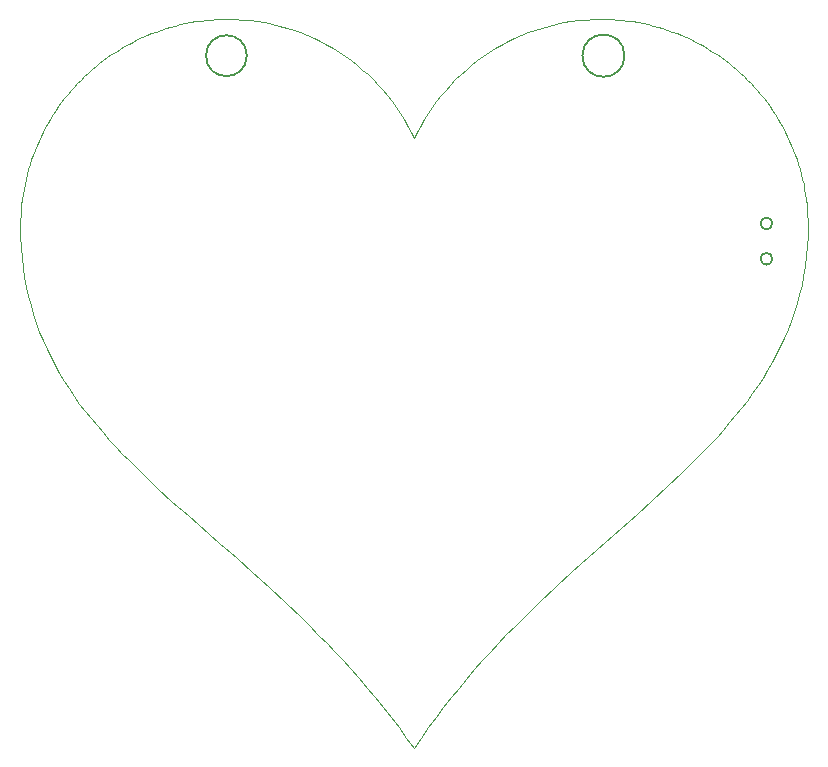
<source format=gm1>
G04 #@! TF.FileFunction,Profile,NP*
%FSLAX46Y46*%
G04 Gerber Fmt 4.6, Leading zero omitted, Abs format (unit mm)*
G04 Created by KiCad (PCBNEW 4.0.7) date Tue Feb  6 08:28:50 2018*
%MOMM*%
%LPD*%
G01*
G04 APERTURE LIST*
%ADD10C,0.100000*%
%ADD11C,0.150000*%
G04 APERTURE END LIST*
D10*
D11*
X144720000Y-79270000D02*
G75*
G03X144720000Y-79270000I-500000J0D01*
G01*
X144720000Y-76270000D02*
G75*
G03X144720000Y-76270000I-500000J0D01*
G01*
X100221630Y-62070000D02*
G75*
G03X100221630Y-62070000I-1726630J0D01*
G01*
X132205007Y-62070000D02*
G75*
G03X132205007Y-62070000I-1785007J0D01*
G01*
D10*
X99204274Y-58975364D02*
X98550274Y-58963304D01*
X99852124Y-59011244D02*
X99204274Y-58975364D01*
X100493404Y-59070494D02*
X99852124Y-59011244D01*
X101127754Y-59152724D02*
X100493404Y-59070494D01*
X101754724Y-59257484D02*
X101127754Y-59152724D01*
X102373894Y-59384384D02*
X101754724Y-59257484D01*
X102984874Y-59532974D02*
X102373894Y-59384384D01*
X103587244Y-59702804D02*
X102984874Y-59532974D01*
X104180554Y-59893484D02*
X103587244Y-59702804D01*
X104764444Y-60104594D02*
X104180554Y-59893484D01*
X105338464Y-60335714D02*
X104764444Y-60104594D01*
X105902224Y-60586364D02*
X105338464Y-60335714D01*
X106455274Y-60856184D02*
X105902224Y-60586364D01*
X106997254Y-61144694D02*
X106455274Y-60856184D01*
X107527684Y-61451504D02*
X106997254Y-61144694D01*
X108046204Y-61776164D02*
X107527684Y-61451504D01*
X108552394Y-62118284D02*
X108046204Y-61776164D01*
X109045834Y-62477414D02*
X108552394Y-62118284D01*
X109526074Y-62853134D02*
X109045834Y-62477414D01*
X109992754Y-63245024D02*
X109526074Y-62853134D01*
X110445424Y-63652664D02*
X109992754Y-63245024D01*
X110883694Y-64075604D02*
X110445424Y-63652664D01*
X111307144Y-64513424D02*
X110883694Y-64075604D01*
X111715354Y-64965704D02*
X111307144Y-64513424D01*
X112107904Y-65432054D02*
X111715354Y-64965704D01*
X112484404Y-65911994D02*
X112107904Y-65432054D01*
X112844404Y-66405134D02*
X112484404Y-65911994D01*
X113187514Y-66911024D02*
X112844404Y-66405134D01*
X113513344Y-67429244D02*
X113187514Y-66911024D01*
X113821414Y-67959404D02*
X113513344Y-67429244D01*
X114111364Y-68501024D02*
X113821414Y-67959404D01*
X114382774Y-69053714D02*
X114111364Y-68501024D01*
X114654184Y-68501024D02*
X114382774Y-69053714D01*
X114944134Y-67959404D02*
X114654184Y-68501024D01*
X115252234Y-67429244D02*
X114944134Y-67959404D01*
X115578034Y-66911024D02*
X115252234Y-67429244D01*
X115921144Y-66405134D02*
X115578034Y-66911024D01*
X116281144Y-65911994D02*
X115921144Y-66405134D01*
X116657644Y-65432054D02*
X116281144Y-65911994D01*
X117050194Y-64965704D02*
X116657644Y-65432054D01*
X117458404Y-64513424D02*
X117050194Y-64965704D01*
X117881854Y-64075604D02*
X117458404Y-64513424D01*
X118320124Y-63652664D02*
X117881854Y-64075604D01*
X118772794Y-63245024D02*
X118320124Y-63652664D01*
X119239474Y-62853134D02*
X118772794Y-63245024D01*
X119719744Y-62477414D02*
X119239474Y-62853134D01*
X120213154Y-62118284D02*
X119719744Y-62477414D01*
X120719344Y-61776164D02*
X120213154Y-62118284D01*
X121237864Y-61451504D02*
X120719344Y-61776164D01*
X121768324Y-61144694D02*
X121237864Y-61451504D01*
X122310274Y-60856184D02*
X121768324Y-61144694D01*
X122863354Y-60586364D02*
X122310274Y-60856184D01*
X123427084Y-60335714D02*
X122863354Y-60586364D01*
X124001104Y-60104594D02*
X123427084Y-60335714D01*
X124584994Y-59893484D02*
X124001104Y-60104594D01*
X125178334Y-59702804D02*
X124584994Y-59893484D01*
X125780674Y-59532974D02*
X125178334Y-59702804D01*
X126391654Y-59384384D02*
X125780674Y-59532974D01*
X127010824Y-59257484D02*
X126391654Y-59384384D01*
X127637794Y-59152724D02*
X127010824Y-59257484D01*
X128272144Y-59070494D02*
X127637794Y-59152724D01*
X128913454Y-59011244D02*
X128272144Y-59070494D01*
X129561304Y-58975364D02*
X128913454Y-59011244D01*
X130215274Y-58963304D02*
X129561304Y-58975364D01*
X130666744Y-58969034D02*
X130215274Y-58963304D01*
X131115424Y-58986104D02*
X130666744Y-58969034D01*
X131561164Y-59014364D02*
X131115424Y-58986104D01*
X132003814Y-59053724D02*
X131561164Y-59014364D01*
X132443254Y-59104004D02*
X132003814Y-59053724D01*
X132879334Y-59165084D02*
X132443254Y-59104004D01*
X133311904Y-59236814D02*
X132879334Y-59165084D01*
X133740874Y-59319074D02*
X133311904Y-59236814D01*
X134166064Y-59411714D02*
X133740874Y-59319074D01*
X134587324Y-59514584D02*
X134166064Y-59411714D01*
X135004564Y-59627594D02*
X134587324Y-59514584D01*
X135417634Y-59750534D02*
X135004564Y-59627594D01*
X135826354Y-59883344D02*
X135417634Y-59750534D01*
X136230634Y-60025814D02*
X135826354Y-59883344D01*
X136630324Y-60177854D02*
X136230634Y-60025814D01*
X137025274Y-60339314D02*
X136630324Y-60177854D01*
X137415364Y-60510044D02*
X137025274Y-60339314D01*
X137800414Y-60689954D02*
X137415364Y-60510044D01*
X138180334Y-60878834D02*
X137800414Y-60689954D01*
X138554974Y-61076594D02*
X138180334Y-60878834D01*
X138924214Y-61283054D02*
X138554974Y-61076594D01*
X139287874Y-61498124D02*
X138924214Y-61283054D01*
X139645834Y-61721654D02*
X139287874Y-61498124D01*
X139997944Y-61953494D02*
X139645834Y-61721654D01*
X140344114Y-62193524D02*
X139997944Y-61953494D01*
X140684134Y-62441594D02*
X140344114Y-62193524D01*
X141017944Y-62697554D02*
X140684134Y-62441594D01*
X141345334Y-62961284D02*
X141017944Y-62697554D01*
X141666214Y-63232634D02*
X141345334Y-62961284D01*
X141980434Y-63511484D02*
X141666214Y-63232634D01*
X142287874Y-63797654D02*
X141980434Y-63511484D01*
X142588354Y-64091084D02*
X142287874Y-63797654D01*
X142881754Y-64391564D02*
X142588354Y-64091084D01*
X143167954Y-64698974D02*
X142881754Y-64391564D01*
X143446804Y-65013194D02*
X143167954Y-64698974D01*
X143718154Y-65334074D02*
X143446804Y-65013194D01*
X143981884Y-65661494D02*
X143718154Y-65334074D01*
X144237844Y-65995274D02*
X143981884Y-65661494D01*
X144485884Y-66335324D02*
X144237844Y-65995274D01*
X144725914Y-66681464D02*
X144485884Y-66335324D01*
X144957754Y-67033604D02*
X144725914Y-66681464D01*
X145181284Y-67391564D02*
X144957754Y-67033604D01*
X145396354Y-67755224D02*
X145181284Y-67391564D01*
X145602844Y-68124434D02*
X145396354Y-67755224D01*
X145800604Y-68499074D02*
X145602844Y-68124434D01*
X145989484Y-68878994D02*
X145800604Y-68499074D01*
X146169364Y-69264074D02*
X145989484Y-68878994D01*
X146340094Y-69654164D02*
X146169364Y-69264074D01*
X146501554Y-70049114D02*
X146340094Y-69654164D01*
X146653594Y-70448774D02*
X146501554Y-70049114D01*
X146796094Y-70853054D02*
X146653594Y-70448774D01*
X146928874Y-71261804D02*
X146796094Y-70853054D01*
X147051844Y-71674844D02*
X146928874Y-71261804D01*
X147164824Y-72092084D02*
X147051844Y-71674844D01*
X147267724Y-72513374D02*
X147164824Y-72092084D01*
X147360364Y-72938564D02*
X147267724Y-72513374D01*
X147442594Y-73367504D02*
X147360364Y-72938564D01*
X147514354Y-73800104D02*
X147442594Y-73367504D01*
X147575434Y-74236184D02*
X147514354Y-73800104D01*
X147625714Y-74675624D02*
X147575434Y-74236184D01*
X147665044Y-75118274D02*
X147625714Y-74675624D01*
X147693334Y-75563984D02*
X147665044Y-75118274D01*
X147710404Y-76012664D02*
X147693334Y-75563984D01*
X147716104Y-76464134D02*
X147710404Y-76012664D01*
X147701164Y-77346434D02*
X147716104Y-76464134D01*
X147656734Y-78210104D02*
X147701164Y-77346434D01*
X147583504Y-79055744D02*
X147656734Y-78210104D01*
X147482074Y-79883984D02*
X147583504Y-79055744D01*
X147353134Y-80695454D02*
X147482074Y-79883984D01*
X147197314Y-81490724D02*
X147353134Y-80695454D01*
X147015274Y-82270394D02*
X147197314Y-81490724D01*
X146807644Y-83035094D02*
X147015274Y-82270394D01*
X146575114Y-83785424D02*
X146807644Y-83035094D01*
X146318284Y-84522014D02*
X146575114Y-83785424D01*
X146037814Y-85245434D02*
X146318284Y-84522014D01*
X145734394Y-85956314D02*
X146037814Y-85245434D01*
X145408624Y-86655224D02*
X145734394Y-85956314D01*
X145061164Y-87342854D02*
X145408624Y-86655224D01*
X144692674Y-88019714D02*
X145061164Y-87342854D01*
X144303784Y-88686494D02*
X144692674Y-88019714D01*
X143895184Y-89343764D02*
X144303784Y-88686494D01*
X143467474Y-89992094D02*
X143895184Y-89343764D01*
X143021344Y-90632174D02*
X143467474Y-89992094D01*
X142557424Y-91264544D02*
X143021344Y-90632174D01*
X142076344Y-91889834D02*
X142557424Y-91264544D01*
X141578764Y-92508644D02*
X142076344Y-91889834D01*
X141065374Y-93121604D02*
X141578764Y-92508644D01*
X140536774Y-93729314D02*
X141065374Y-93121604D01*
X139993624Y-94332374D02*
X140536774Y-93729314D01*
X139436584Y-94931354D02*
X139993624Y-94332374D01*
X138866284Y-95526944D02*
X139436584Y-94931354D01*
X138283384Y-96119684D02*
X138866284Y-95526944D01*
X137688544Y-96710204D02*
X138283384Y-96119684D01*
X137082424Y-97299104D02*
X137688544Y-96710204D01*
X135838834Y-98474504D02*
X137082424Y-97299104D01*
X134557804Y-99650744D02*
X135838834Y-98474504D01*
X133244584Y-100832684D02*
X134557804Y-99650744D01*
X130542214Y-103233044D02*
X133244584Y-100832684D01*
X127773214Y-105714494D02*
X130542214Y-103233044D01*
X126376714Y-106997774D02*
X127773214Y-105714494D01*
X124979164Y-108315884D02*
X126376714Y-106997774D01*
X123585694Y-109673714D02*
X124979164Y-108315884D01*
X122892154Y-110369024D02*
X123585694Y-109673714D01*
X122201554Y-111076094D02*
X122892154Y-110369024D01*
X121514584Y-111795524D02*
X122201554Y-111076094D01*
X120831904Y-112527884D02*
X121514584Y-111795524D01*
X120154144Y-113273864D02*
X120831904Y-112527884D01*
X119481934Y-114033974D02*
X120154144Y-113273864D01*
X118815964Y-114808904D02*
X119481934Y-114033974D01*
X118156834Y-115599224D02*
X118815964Y-114808904D01*
X117505264Y-116405504D02*
X118156834Y-115599224D01*
X116861824Y-117228434D02*
X117505264Y-116405504D01*
X116227234Y-118068554D02*
X116861824Y-117228434D01*
X115602064Y-118926524D02*
X116227234Y-118068554D01*
X114987034Y-119802884D02*
X115602064Y-118926524D01*
X114382774Y-120698324D02*
X114987034Y-119802884D01*
X113745004Y-119797934D02*
X114382774Y-120698324D01*
X113098594Y-118917824D02*
X113745004Y-119797934D01*
X112444114Y-118057274D02*
X113098594Y-118917824D01*
X111782194Y-117215684D02*
X112444114Y-118057274D01*
X111113404Y-116392364D02*
X111782194Y-117215684D01*
X110438344Y-115586684D02*
X111113404Y-116392364D01*
X109757644Y-114797954D02*
X110438344Y-115586684D01*
X109071874Y-114025514D02*
X109757644Y-114797954D01*
X108381634Y-113268704D02*
X109071874Y-114025514D01*
X107687554Y-112526894D02*
X108381634Y-113268704D01*
X106990174Y-111799424D02*
X107687554Y-112526894D01*
X106290154Y-111085604D02*
X106990174Y-111799424D01*
X105588034Y-110384804D02*
X106290154Y-111085604D01*
X104884444Y-109696334D02*
X105588034Y-110384804D01*
X103475254Y-108353864D02*
X104884444Y-109696334D01*
X102067354Y-107052854D02*
X103475254Y-108353864D01*
X100665544Y-105788084D02*
X102067354Y-107052854D01*
X99274564Y-104554244D02*
X100665544Y-105788084D01*
X97899244Y-103346144D02*
X99274564Y-104554244D01*
X95214694Y-100985864D02*
X97899244Y-103346144D01*
X93915034Y-99823184D02*
X95214694Y-100985864D01*
X92650174Y-98665124D02*
X93915034Y-99823184D01*
X91424884Y-97506404D02*
X92650174Y-98665124D01*
X90828574Y-96925154D02*
X91424884Y-97506404D01*
X90243964Y-96341774D02*
X90828574Y-96925154D01*
X89671624Y-95755604D02*
X90243964Y-96341774D01*
X89112184Y-95165954D02*
X89671624Y-95755604D01*
X88566214Y-94572194D02*
X89112184Y-95165954D01*
X88034344Y-93973634D02*
X88566214Y-94572194D01*
X87517144Y-93369674D02*
X88034344Y-93973634D01*
X87015214Y-92759624D02*
X87517144Y-93369674D01*
X86529154Y-92142824D02*
X87015214Y-92759624D01*
X86059594Y-91518584D02*
X86529154Y-92142824D01*
X85607104Y-90886304D02*
X86059594Y-91518584D01*
X85172284Y-90245294D02*
X85607104Y-90886304D01*
X84755734Y-89594894D02*
X85172284Y-90245294D01*
X84358054Y-88934474D02*
X84755734Y-89594894D01*
X83979844Y-88263314D02*
X84358054Y-88934474D01*
X83621674Y-87580814D02*
X83979844Y-88263314D01*
X83284204Y-86886314D02*
X83621674Y-87580814D01*
X82967974Y-86179094D02*
X83284204Y-86886314D01*
X82673614Y-85458584D02*
X82967974Y-86179094D01*
X82401694Y-84724034D02*
X82673614Y-85458584D01*
X82152844Y-83974874D02*
X82401694Y-84724034D01*
X81927634Y-83210354D02*
X82152844Y-83974874D01*
X81726694Y-82429904D02*
X81927634Y-83210354D01*
X81550624Y-81632804D02*
X81726694Y-82429904D01*
X81399964Y-80818424D02*
X81550624Y-81632804D01*
X81275374Y-79986104D02*
X81399964Y-80818424D01*
X81177424Y-79135154D02*
X81275374Y-79986104D01*
X81106714Y-78264974D02*
X81177424Y-79135154D01*
X81063874Y-77374844D02*
X81106714Y-78264974D01*
X81049444Y-76464134D02*
X81063874Y-77374844D01*
X81055174Y-76012664D02*
X81049444Y-76464134D01*
X81072244Y-75563984D02*
X81055174Y-76012664D01*
X81100504Y-75118274D02*
X81072244Y-75563984D01*
X81139864Y-74675624D02*
X81100504Y-75118274D01*
X81190144Y-74236184D02*
X81139864Y-74675624D01*
X81251224Y-73800104D02*
X81190144Y-74236184D01*
X81322954Y-73367504D02*
X81251224Y-73800104D01*
X81405214Y-72938564D02*
X81322954Y-73367504D01*
X81497854Y-72513374D02*
X81405214Y-72938564D01*
X81600724Y-72092084D02*
X81497854Y-72513374D01*
X81713704Y-71674844D02*
X81600724Y-72092084D01*
X81836674Y-71261804D02*
X81713704Y-71674844D01*
X81969454Y-70853054D02*
X81836674Y-71261804D01*
X82111954Y-70448774D02*
X81969454Y-70853054D01*
X82263994Y-70049114D02*
X82111954Y-70448774D01*
X82425454Y-69654164D02*
X82263994Y-70049114D01*
X82596184Y-69264074D02*
X82425454Y-69654164D01*
X82776064Y-68878994D02*
X82596184Y-69264074D01*
X82964974Y-68499074D02*
X82776064Y-68878994D01*
X83162704Y-68124434D02*
X82964974Y-68499074D01*
X83369194Y-67755224D02*
X83162704Y-68124434D01*
X83584264Y-67391564D02*
X83369194Y-67755224D01*
X83807794Y-67033604D02*
X83584264Y-67391564D01*
X84039634Y-66681464D02*
X83807794Y-67033604D01*
X84279664Y-66335324D02*
X84039634Y-66681464D01*
X84527704Y-65995274D02*
X84279664Y-66335324D01*
X84783694Y-65661494D02*
X84527704Y-65995274D01*
X85047394Y-65334074D02*
X84783694Y-65661494D01*
X85318774Y-65013194D02*
X85047394Y-65334074D01*
X85597594Y-64698974D02*
X85318774Y-65013194D01*
X85883794Y-64391564D02*
X85597594Y-64698974D01*
X86177194Y-64091084D02*
X85883794Y-64391564D01*
X86477674Y-63797654D02*
X86177194Y-64091084D01*
X86785114Y-63511484D02*
X86477674Y-63797654D01*
X87099334Y-63232634D02*
X86785114Y-63511484D01*
X87420214Y-62961284D02*
X87099334Y-63232634D01*
X87747604Y-62697554D02*
X87420214Y-62961284D01*
X88081414Y-62441594D02*
X87747604Y-62697554D01*
X88421464Y-62193524D02*
X88081414Y-62441594D01*
X88767604Y-61953494D02*
X88421464Y-62193524D01*
X89119744Y-61721654D02*
X88767604Y-61953494D01*
X89477704Y-61498124D02*
X89119744Y-61721654D01*
X89841364Y-61283054D02*
X89477704Y-61498124D01*
X90210574Y-61076594D02*
X89841364Y-61283054D01*
X90585214Y-60878834D02*
X90210574Y-61076594D01*
X90965134Y-60689954D02*
X90585214Y-60878834D01*
X91350214Y-60510044D02*
X90965134Y-60689954D01*
X91740274Y-60339314D02*
X91350214Y-60510044D01*
X92135224Y-60177854D02*
X91740274Y-60339314D01*
X92534914Y-60025814D02*
X92135224Y-60177854D01*
X92939194Y-59883344D02*
X92534914Y-60025814D01*
X93347944Y-59750534D02*
X92939194Y-59883344D01*
X93760984Y-59627594D02*
X93347944Y-59750534D01*
X94178224Y-59514584D02*
X93760984Y-59627594D01*
X94599514Y-59411714D02*
X94178224Y-59514584D01*
X95024704Y-59319074D02*
X94599514Y-59411714D01*
X95453644Y-59236814D02*
X95024704Y-59319074D01*
X95886244Y-59165084D02*
X95453644Y-59236814D01*
X96322324Y-59104004D02*
X95886244Y-59165084D01*
X96761734Y-59053724D02*
X96322324Y-59104004D01*
X97204384Y-59014364D02*
X96761734Y-59053724D01*
X97650124Y-58986104D02*
X97204384Y-59014364D01*
X98098804Y-58969034D02*
X97650124Y-58986104D01*
X98550274Y-58963304D02*
X98098804Y-58969034D01*
M02*

</source>
